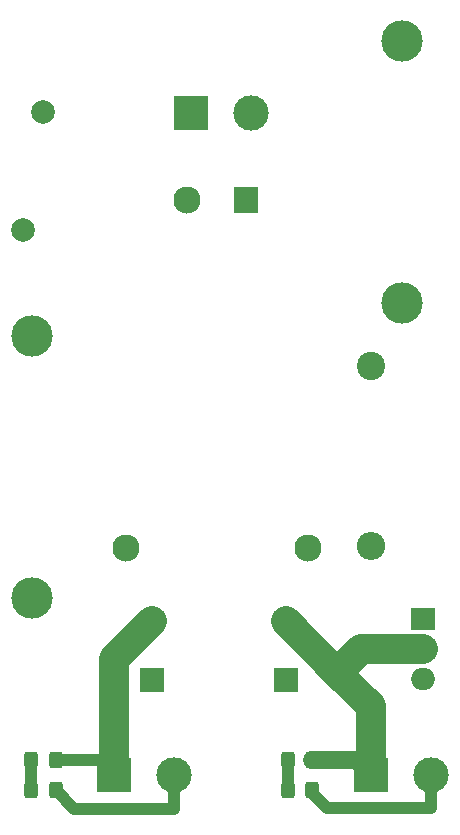
<source format=gtl>
G04 #@! TF.GenerationSoftware,KiCad,Pcbnew,6.0.5-a6ca702e91~116~ubuntu20.04.1*
G04 #@! TF.CreationDate,2022-05-18T21:18:03+02:00*
G04 #@! TF.ProjectId,Power Supply,506f7765-7220-4537-9570-706c792e6b69,rev?*
G04 #@! TF.SameCoordinates,Original*
G04 #@! TF.FileFunction,Copper,L1,Top*
G04 #@! TF.FilePolarity,Positive*
%FSLAX46Y46*%
G04 Gerber Fmt 4.6, Leading zero omitted, Abs format (unit mm)*
G04 Created by KiCad (PCBNEW 6.0.5-a6ca702e91~116~ubuntu20.04.1) date 2022-05-18 21:18:03*
%MOMM*%
%LPD*%
G01*
G04 APERTURE LIST*
G04 Aperture macros list*
%AMRoundRect*
0 Rectangle with rounded corners*
0 $1 Rounding radius*
0 $2 $3 $4 $5 $6 $7 $8 $9 X,Y pos of 4 corners*
0 Add a 4 corners polygon primitive as box body*
4,1,4,$2,$3,$4,$5,$6,$7,$8,$9,$2,$3,0*
0 Add four circle primitives for the rounded corners*
1,1,$1+$1,$2,$3*
1,1,$1+$1,$4,$5*
1,1,$1+$1,$6,$7*
1,1,$1+$1,$8,$9*
0 Add four rect primitives between the rounded corners*
20,1,$1+$1,$2,$3,$4,$5,0*
20,1,$1+$1,$4,$5,$6,$7,0*
20,1,$1+$1,$6,$7,$8,$9,0*
20,1,$1+$1,$8,$9,$2,$3,0*%
G04 Aperture macros list end*
G04 #@! TA.AperFunction,ComponentPad*
%ADD10R,3.000000X3.000000*%
G04 #@! TD*
G04 #@! TA.AperFunction,ComponentPad*
%ADD11C,3.000000*%
G04 #@! TD*
G04 #@! TA.AperFunction,ComponentPad*
%ADD12C,3.500000*%
G04 #@! TD*
G04 #@! TA.AperFunction,ComponentPad*
%ADD13C,2.400000*%
G04 #@! TD*
G04 #@! TA.AperFunction,ComponentPad*
%ADD14O,2.400000X2.400000*%
G04 #@! TD*
G04 #@! TA.AperFunction,ComponentPad*
%ADD15R,2.000000X1.905000*%
G04 #@! TD*
G04 #@! TA.AperFunction,ComponentPad*
%ADD16O,2.000000X1.905000*%
G04 #@! TD*
G04 #@! TA.AperFunction,ComponentPad*
%ADD17R,2.000000X2.000000*%
G04 #@! TD*
G04 #@! TA.AperFunction,ComponentPad*
%ADD18C,2.000000*%
G04 #@! TD*
G04 #@! TA.AperFunction,ComponentPad*
%ADD19R,2.000000X2.300000*%
G04 #@! TD*
G04 #@! TA.AperFunction,ComponentPad*
%ADD20C,2.300000*%
G04 #@! TD*
G04 #@! TA.AperFunction,SMDPad,CuDef*
%ADD21RoundRect,0.250000X0.325000X0.450000X-0.325000X0.450000X-0.325000X-0.450000X0.325000X-0.450000X0*%
G04 #@! TD*
G04 #@! TA.AperFunction,SMDPad,CuDef*
%ADD22RoundRect,0.250000X-0.325000X-0.450000X0.325000X-0.450000X0.325000X0.450000X-0.325000X0.450000X0*%
G04 #@! TD*
G04 #@! TA.AperFunction,Conductor*
%ADD23C,1.500000*%
G04 #@! TD*
G04 #@! TA.AperFunction,Conductor*
%ADD24C,2.500000*%
G04 #@! TD*
G04 #@! TA.AperFunction,Conductor*
%ADD25C,1.000000*%
G04 #@! TD*
G04 APERTURE END LIST*
D10*
X133520000Y-136000000D03*
D11*
X138600000Y-136000000D03*
D12*
X136140000Y-73841800D03*
X136140000Y-96041400D03*
D13*
X133500000Y-101380000D03*
D14*
X133500000Y-116620000D03*
D15*
X137900000Y-122800000D03*
D16*
X137900000Y-125340000D03*
X137900000Y-127880000D03*
D17*
X126300000Y-127980000D03*
D18*
X126300000Y-122980000D03*
X104050000Y-89830000D03*
X105750000Y-79830000D03*
D10*
X118230000Y-79970000D03*
D11*
X123310000Y-79970000D03*
D18*
X114980000Y-122980000D03*
D17*
X114980000Y-127980000D03*
D19*
X122955000Y-87355000D03*
D20*
X117955000Y-87355000D03*
X128155000Y-116755000D03*
X112755000Y-116755000D03*
D12*
X104770000Y-121018200D03*
X104770000Y-98818600D03*
D21*
X106800000Y-134760000D03*
X104750000Y-134760000D03*
X128550000Y-134700000D03*
X126500000Y-134700000D03*
D22*
X104750000Y-137300000D03*
X106800000Y-137300000D03*
X126500000Y-137240000D03*
X128550000Y-137240000D03*
D10*
X111760000Y-136000000D03*
D11*
X116840000Y-136000000D03*
D23*
X128550000Y-134700000D02*
X132220000Y-134700000D01*
X132220000Y-134700000D02*
X133520000Y-136000000D01*
D24*
X137900000Y-125340000D02*
X132660000Y-125340000D01*
X132660000Y-125340000D02*
X130660000Y-127340000D01*
X133520000Y-130200000D02*
X130660000Y-127340000D01*
X130660000Y-127340000D02*
X126300000Y-122980000D01*
X133520000Y-136000000D02*
X133520000Y-130200000D01*
X111760000Y-126200000D02*
X111760000Y-136000000D01*
D25*
X110520000Y-134760000D02*
X111760000Y-136000000D01*
D24*
X114980000Y-122980000D02*
X111760000Y-126200000D01*
D25*
X106800000Y-134760000D02*
X110520000Y-134760000D01*
X108400000Y-138900000D02*
X116800000Y-138900000D01*
X106800000Y-137300000D02*
X108400000Y-138900000D01*
X116800000Y-138900000D02*
X116840000Y-138860000D01*
X116840000Y-138860000D02*
X116840000Y-136000000D01*
X138600000Y-136000000D02*
X138600000Y-138800000D01*
X138600000Y-138800000D02*
X129800000Y-138800000D01*
X128550000Y-137240000D02*
X128550000Y-137550000D01*
X128550000Y-137550000D02*
X129800000Y-138800000D01*
X104750000Y-134760000D02*
X104750000Y-137300000D01*
X126500000Y-134700000D02*
X126500000Y-137240000D01*
M02*

</source>
